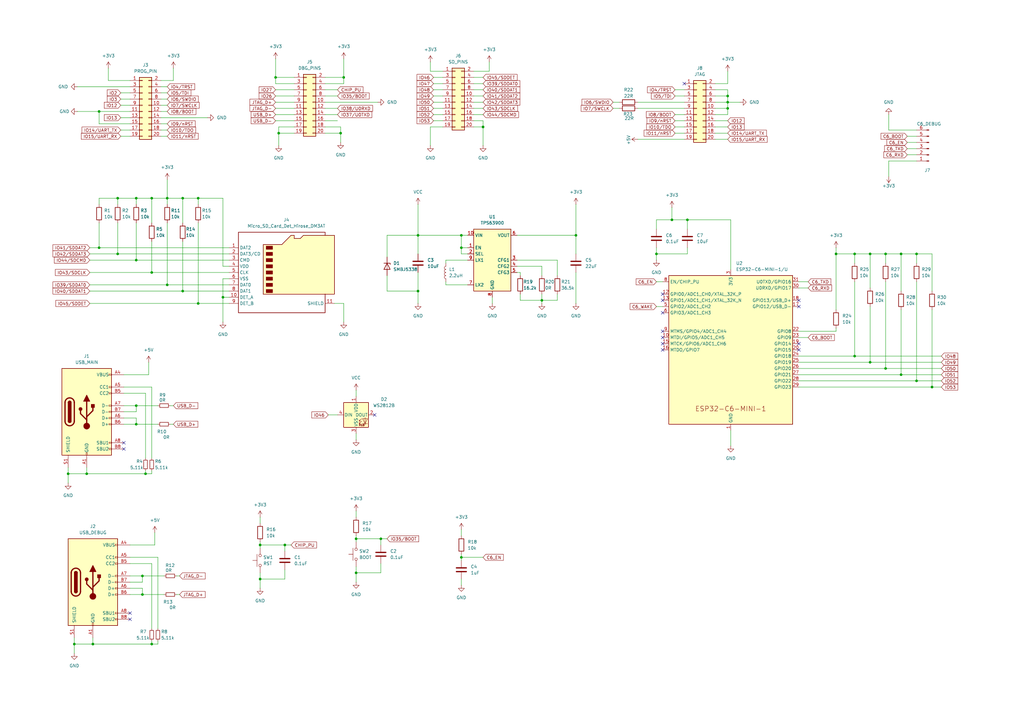
<source format=kicad_sch>
(kicad_sch (version 20250114) (generator "eeschema") (generator_version "9.0")
  (paper "A3")
  (junction (at 58.42 243.84))
  (junction (at 298.45 44.45))
  (junction (at 62.23 264.16))
  (junction (at 275.59 90.17))
  (junction (at 171.45 119.38))
  (junction (at 350.52 146.05))
  (junction (at 298.45 39.37))
  (junction (at 369.57 104.14))
  (junction (at 68.58 81.28))
  (junction (at 27.94 194.31))
  (junction (at 81.28 81.28))
  (junction (at 356.87 148.59))
  (junction (at 375.92 104.14))
  (junction (at 189.23 228.6))
  (junction (at 375.92 156.21))
  (junction (at 146.05 220.98))
  (junction (at 222.25 123.19))
  (junction (at 116.84 223.52))
  (junction (at 55.88 81.28))
  (junction (at 62.23 81.28))
  (junction (at 114.3 54.61))
  (junction (at 369.57 153.67))
  (junction (at 363.22 104.14))
  (junction (at 55.88 166.37))
  (junction (at 106.68 223.52))
  (junction (at 38.1 264.16))
  (junction (at 48.26 104.14))
  (junction (at 30.48 264.16))
  (junction (at 55.88 106.68))
  (junction (at 189.23 96.52))
  (junction (at 236.22 96.52))
  (junction (at 91.44 121.92))
  (junction (at 298.45 41.91))
  (junction (at 171.45 96.52))
  (junction (at 35.56 194.31))
  (junction (at 40.64 45.72))
  (junction (at 48.26 81.28))
  (junction (at 342.9 104.14))
  (junction (at 350.52 104.14))
  (junction (at 58.42 236.22))
  (junction (at 40.64 101.6))
  (junction (at 156.21 220.98))
  (junction (at 281.94 90.17))
  (junction (at 68.58 116.84))
  (junction (at 59.69 194.31))
  (junction (at 382.27 158.75))
  (junction (at 269.24 104.14))
  (junction (at 146.05 234.95))
  (junction (at 62.23 111.76))
  (junction (at 113.03 31.75))
  (junction (at 74.93 119.38))
  (junction (at 356.87 104.14))
  (junction (at 140.97 31.75))
  (junction (at 106.68 237.49))
  (junction (at 198.12 52.07))
  (junction (at 74.93 81.28))
  (junction (at 55.88 173.99))
  (junction (at 363.22 151.13))
  (junction (at 139.7 54.61))
  (junction (at 81.28 124.46))
  (junction (at 189.23 101.6))
  (no_connect (at 53.34 251.46))
  (no_connect (at 271.78 143.51))
  (no_connect (at 271.78 140.97))
  (no_connect (at 50.8 184.15))
  (no_connect (at 327.66 143.51))
  (no_connect (at 280.67 34.29))
  (no_connect (at 327.66 125.73))
  (no_connect (at 271.78 138.43))
  (no_connect (at 327.66 140.97))
  (no_connect (at 271.78 123.19))
  (no_connect (at 271.78 128.27))
  (no_connect (at 153.67 170.18))
  (no_connect (at 53.34 254))
  (no_connect (at 327.66 123.19))
  (no_connect (at 271.78 135.89))
  (no_connect (at 271.78 120.65))
  (no_connect (at 50.8 181.61))
  (wire (pts (xy 53.34 236.22) (xy 58.42 236.22)))
  (wire (pts (xy 53.34 231.14) (xy 62.23 231.14)))
  (wire (pts (xy 363.22 151.13) (xy 327.66 151.13)))
  (wire (pts (xy 375.92 104.14) (xy 382.27 104.14)))
  (wire (pts (xy 222.25 123.19) (xy 222.25 124.46)))
  (wire (pts (xy 36.83 119.38) (xy 74.93 119.38)))
  (wire (pts (xy 177.8 34.29) (xy 181.61 34.29)))
  (wire (pts (xy 40.64 50.8) (xy 53.34 50.8)))
  (wire (pts (xy 276.86 39.37) (xy 280.67 39.37)))
  (wire (pts (xy 64.77 262.89) (xy 64.77 264.16)))
  (wire (pts (xy 133.35 54.61) (xy 139.7 54.61)))
  (wire (pts (xy 50.8 173.99) (xy 55.88 173.99)))
  (wire (pts (xy 177.8 44.45) (xy 181.61 44.45)))
  (wire (pts (xy 298.45 41.91) (xy 303.53 41.91)))
  (wire (pts (xy 62.23 194.31) (xy 59.69 194.31)))
  (wire (pts (xy 146.05 234.95) (xy 146.05 232.41)))
  (wire (pts (xy 146.05 220.98) (xy 156.21 220.98)))
  (wire (pts (xy 236.22 83.82) (xy 236.22 96.52)))
  (wire (pts (xy 293.37 49.53) (xy 298.45 49.53)))
  (wire (pts (xy 138.43 46.99) (xy 133.35 46.99)))
  (wire (pts (xy 350.52 146.05) (xy 386.08 146.05)))
  (wire (pts (xy 40.64 45.72) (xy 40.64 50.8)))
  (wire (pts (xy 177.8 39.37) (xy 181.61 39.37)))
  (wire (pts (xy 299.72 176.53) (xy 299.72 182.88)))
  (wire (pts (xy 113.03 39.37) (xy 120.65 39.37)))
  (wire (pts (xy 198.12 36.83) (xy 194.31 36.83)))
  (wire (pts (xy 350.52 146.05) (xy 327.66 146.05)))
  (wire (pts (xy 58.42 236.22) (xy 67.31 236.22)))
  (wire (pts (xy 36.83 116.84) (xy 68.58 116.84)))
  (wire (pts (xy 66.04 48.26) (xy 85.09 48.26)))
  (wire (pts (xy 113.03 34.29) (xy 113.03 31.75)))
  (wire (pts (xy 146.05 220.98) (xy 146.05 222.25)))
  (wire (pts (xy 146.05 180.34) (xy 146.05 177.8)))
  (wire (pts (xy 369.57 104.14) (xy 375.92 104.14)))
  (wire (pts (xy 74.93 119.38) (xy 93.98 119.38)))
  (wire (pts (xy 382.27 158.75) (xy 327.66 158.75)))
  (wire (pts (xy 68.58 53.34) (xy 66.04 53.34)))
  (wire (pts (xy 191.77 106.68) (xy 182.88 106.68)))
  (wire (pts (xy 53.34 238.76) (xy 58.42 238.76)))
  (wire (pts (xy 48.26 81.28) (xy 55.88 81.28)))
  (wire (pts (xy 49.53 53.34) (xy 53.34 53.34)))
  (wire (pts (xy 364.49 53.34) (xy 364.49 46.99)))
  (wire (pts (xy 36.83 104.14) (xy 48.26 104.14)))
  (wire (pts (xy 194.31 52.07) (xy 198.12 52.07)))
  (wire (pts (xy 58.42 241.3) (xy 58.42 243.84)))
  (wire (pts (xy 363.22 104.14) (xy 363.22 107.95)))
  (wire (pts (xy 59.69 193.04) (xy 59.69 194.31)))
  (wire (pts (xy 133.35 52.07) (xy 139.7 52.07)))
  (wire (pts (xy 350.52 115.57) (xy 350.52 146.05)))
  (wire (pts (xy 55.88 168.91) (xy 55.88 166.37)))
  (wire (pts (xy 261.62 44.45) (xy 280.67 44.45)))
  (wire (pts (xy 48.26 91.44) (xy 48.26 104.14)))
  (wire (pts (xy 36.83 111.76) (xy 62.23 111.76)))
  (wire (pts (xy 114.3 54.61) (xy 114.3 59.69)))
  (wire (pts (xy 198.12 39.37) (xy 194.31 39.37)))
  (wire (pts (xy 281.94 101.6) (xy 281.94 104.14)))
  (wire (pts (xy 213.36 111.76) (xy 213.36 113.03)))
  (wire (pts (xy 176.53 25.4) (xy 176.53 29.21)))
  (wire (pts (xy 350.52 107.95) (xy 350.52 104.14)))
  (wire (pts (xy 48.26 81.28) (xy 48.26 83.82)))
  (wire (pts (xy 44.45 27.94) (xy 44.45 33.02)))
  (wire (pts (xy 31.75 35.56) (xy 53.34 35.56)))
  (wire (pts (xy 106.68 237.49) (xy 106.68 234.95)))
  (wire (pts (xy 81.28 81.28) (xy 91.44 81.28)))
  (wire (pts (xy 356.87 125.73) (xy 356.87 148.59)))
  (wire (pts (xy 293.37 57.15) (xy 298.45 57.15)))
  (wire (pts (xy 146.05 219.71) (xy 146.05 220.98)))
  (wire (pts (xy 81.28 81.28) (xy 81.28 83.82)))
  (wire (pts (xy 200.66 29.21) (xy 194.31 29.21)))
  (wire (pts (xy 369.57 127) (xy 369.57 153.67)))
  (wire (pts (xy 236.22 96.52) (xy 236.22 104.14)))
  (wire (pts (xy 276.86 49.53) (xy 280.67 49.53)))
  (wire (pts (xy 228.6 120.65) (xy 228.6 123.19)))
  (wire (pts (xy 30.48 264.16) (xy 30.48 267.97)))
  (wire (pts (xy 176.53 52.07) (xy 176.53 59.69)))
  (wire (pts (xy 93.98 109.22) (xy 91.44 109.22)))
  (wire (pts (xy 62.23 111.76) (xy 93.98 111.76)))
  (wire (pts (xy 116.84 233.68) (xy 116.84 237.49)))
  (wire (pts (xy 342.9 101.6) (xy 342.9 104.14)))
  (wire (pts (xy 156.21 234.95) (xy 146.05 234.95)))
  (wire (pts (xy 281.94 104.14) (xy 269.24 104.14)))
  (wire (pts (xy 222.25 109.22) (xy 222.25 113.03)))
  (wire (pts (xy 48.26 104.14) (xy 93.98 104.14)))
  (wire (pts (xy 191.77 104.14) (xy 189.23 104.14)))
  (wire (pts (xy 293.37 52.07) (xy 298.45 52.07)))
  (wire (pts (xy 331.47 138.43) (xy 327.66 138.43)))
  (wire (pts (xy 36.83 106.68) (xy 55.88 106.68)))
  (wire (pts (xy 73.66 243.84) (xy 72.39 243.84)))
  (wire (pts (xy 200.66 25.4) (xy 200.66 29.21)))
  (wire (pts (xy 213.36 123.19) (xy 222.25 123.19)))
  (wire (pts (xy 55.88 81.28) (xy 62.23 81.28)))
  (wire (pts (xy 113.03 46.99) (xy 120.65 46.99)))
  (wire (pts (xy 49.53 48.26) (xy 53.34 48.26)))
  (wire (pts (xy 55.88 91.44) (xy 55.88 106.68)))
  (wire (pts (xy 53.34 243.84) (xy 58.42 243.84)))
  (wire (pts (xy 55.88 171.45) (xy 55.88 173.99)))
  (wire (pts (xy 189.23 104.14) (xy 189.23 101.6)))
  (wire (pts (xy 189.23 228.6) (xy 189.23 229.87)))
  (wire (pts (xy 342.9 134.62) (xy 342.9 135.89)))
  (wire (pts (xy 49.53 55.88) (xy 53.34 55.88)))
  (wire (pts (xy 140.97 31.75) (xy 140.97 34.29)))
  (wire (pts (xy 281.94 90.17) (xy 281.94 93.98)))
  (wire (pts (xy 198.12 31.75) (xy 194.31 31.75)))
  (wire (pts (xy 133.35 31.75) (xy 140.97 31.75)))
  (wire (pts (xy 382.27 158.75) (xy 386.08 158.75)))
  (wire (pts (xy 177.8 46.99) (xy 181.61 46.99)))
  (wire (pts (xy 38.1 261.62) (xy 38.1 264.16)))
  (wire (pts (xy 40.64 91.44) (xy 40.64 101.6)))
  (wire (pts (xy 212.09 111.76) (xy 213.36 111.76)))
  (wire (pts (xy 81.28 91.44) (xy 81.28 124.46)))
  (wire (pts (xy 331.47 115.57) (xy 327.66 115.57)))
  (wire (pts (xy 68.58 116.84) (xy 93.98 116.84)))
  (wire (pts (xy 49.53 38.1) (xy 53.34 38.1)))
  (wire (pts (xy 327.66 135.89) (xy 342.9 135.89)))
  (wire (pts (xy 158.75 113.03) (xy 158.75 119.38)))
  (wire (pts (xy 91.44 121.92) (xy 91.44 132.08)))
  (wire (pts (xy 251.46 41.91) (xy 254 41.91)))
  (wire (pts (xy 139.7 54.61) (xy 139.7 58.42)))
  (wire (pts (xy 298.45 41.91) (xy 298.45 39.37)))
  (wire (pts (xy 138.43 36.83) (xy 133.35 36.83)))
  (wire (pts (xy 222.25 123.19) (xy 222.25 120.65)))
  (wire (pts (xy 40.64 83.82) (xy 40.64 81.28)))
  (wire (pts (xy 363.22 104.14) (xy 369.57 104.14)))
  (wire (pts (xy 182.88 116.84) (xy 191.77 116.84)))
  (wire (pts (xy 106.68 222.25) (xy 106.68 223.52)))
  (wire (pts (xy 35.56 191.77) (xy 35.56 194.31)))
  (wire (pts (xy 106.68 212.09) (xy 106.68 214.63)))
  (wire (pts (xy 375.92 58.42) (xy 372.11 58.42)))
  (wire (pts (xy 138.43 39.37) (xy 133.35 39.37)))
  (wire (pts (xy 68.58 73.66) (xy 68.58 81.28)))
  (wire (pts (xy 40.64 81.28) (xy 48.26 81.28)))
  (wire (pts (xy 156.21 220.98) (xy 158.75 220.98)))
  (wire (pts (xy 114.3 52.07) (xy 114.3 54.61)))
  (wire (pts (xy 350.52 104.14) (xy 342.9 104.14)))
  (wire (pts (xy 299.72 90.17) (xy 299.72 110.49)))
  (wire (pts (xy 363.22 151.13) (xy 386.08 151.13)))
  (wire (pts (xy 375.92 60.96) (xy 372.11 60.96)))
  (wire (pts (xy 276.86 36.83) (xy 280.67 36.83)))
  (wire (pts (xy 66.04 33.02) (xy 71.12 33.02)))
  (wire (pts (xy 62.23 81.28) (xy 68.58 81.28)))
  (wire (pts (xy 251.46 44.45) (xy 254 44.45)))
  (wire (pts (xy 201.93 121.92) (xy 201.93 124.46)))
  (wire (pts (xy 106.68 241.3) (xy 106.68 237.49)))
  (wire (pts (xy 382.27 127) (xy 382.27 158.75)))
  (wire (pts (xy 113.03 24.13) (xy 113.03 31.75)))
  (wire (pts (xy 189.23 96.52) (xy 189.23 101.6)))
  (wire (pts (xy 375.92 63.5) (xy 372.11 63.5)))
  (wire (pts (xy 40.64 45.72) (xy 53.34 45.72)))
  (wire (pts (xy 116.84 237.49) (xy 106.68 237.49)))
  (wire (pts (xy 146.05 160.02) (xy 146.05 162.56)))
  (wire (pts (xy 171.45 83.82) (xy 171.45 96.52)))
  (wire (pts (xy 138.43 49.53) (xy 133.35 49.53)))
  (wire (pts (xy 382.27 104.14) (xy 382.27 119.38)))
  (wire (pts (xy 138.43 44.45) (xy 133.35 44.45)))
  (wire (pts (xy 59.69 161.29) (xy 59.69 187.96)))
  (wire (pts (xy 156.21 231.14) (xy 156.21 234.95)))
  (wire (pts (xy 236.22 111.76) (xy 236.22 124.46)))
  (wire (pts (xy 68.58 81.28) (xy 74.93 81.28)))
  (wire (pts (xy 275.59 90.17) (xy 281.94 90.17)))
  (wire (pts (xy 59.69 194.31) (xy 35.56 194.31)))
  (wire (pts (xy 62.23 193.04) (xy 62.23 194.31)))
  (wire (pts (xy 50.8 158.75) (xy 62.23 158.75)))
  (wire (pts (xy 62.23 81.28) (xy 62.23 91.44)))
  (wire (pts (xy 156.21 220.98) (xy 156.21 223.52)))
  (wire (pts (xy 73.66 236.22) (xy 72.39 236.22)))
  (wire (pts (xy 74.93 81.28) (xy 74.93 91.44)))
  (wire (pts (xy 113.03 49.53) (xy 120.65 49.53)))
  (wire (pts (xy 189.23 96.52) (xy 191.77 96.52)))
  (wire (pts (xy 293.37 46.99) (xy 298.45 46.99)))
  (wire (pts (xy 182.88 115.57) (xy 182.88 116.84)))
  (wire (pts (xy 53.34 241.3) (xy 58.42 241.3)))
  (wire (pts (xy 228.6 106.68) (xy 228.6 113.03)))
  (wire (pts (xy 189.23 101.6) (xy 191.77 101.6)))
  (wire (pts (xy 91.44 114.3) (xy 91.44 121.92)))
  (wire (pts (xy 58.42 238.76) (xy 58.42 236.22)))
  (wire (pts (xy 49.53 43.18) (xy 53.34 43.18)))
  (wire (pts (xy 50.8 161.29) (xy 59.69 161.29)))
  (wire (pts (xy 181.61 52.07) (xy 176.53 52.07)))
  (wire (pts (xy 71.12 173.99) (xy 69.85 173.99)))
  (wire (pts (xy 68.58 91.44) (xy 68.58 116.84)))
  (wire (pts (xy 50.8 153.67) (xy 60.96 153.67)))
  (wire (pts (xy 55.88 166.37) (xy 64.77 166.37)))
  (wire (pts (xy 363.22 115.57) (xy 363.22 151.13)))
  (wire (pts (xy 269.24 115.57) (xy 271.78 115.57)))
  (wire (pts (xy 298.45 46.99) (xy 298.45 44.45)))
  (wire (pts (xy 68.58 40.64) (xy 66.04 40.64)))
  (wire (pts (xy 64.77 264.16) (xy 62.23 264.16)))
  (wire (pts (xy 356.87 104.14) (xy 356.87 118.11)))
  (wire (pts (xy 35.56 194.31) (xy 27.94 194.31)))
  (wire (pts (xy 113.03 44.45) (xy 120.65 44.45)))
  (wire (pts (xy 198.12 46.99) (xy 194.31 46.99)))
  (wire (pts (xy 364.49 66.04) (xy 364.49 72.39)))
  (wire (pts (xy 113.03 36.83) (xy 120.65 36.83)))
  (wire (pts (xy 62.23 264.16) (xy 38.1 264.16)))
  (wire (pts (xy 350.52 104.14) (xy 356.87 104.14)))
  (wire (pts (xy 171.45 96.52) (xy 171.45 104.14)))
  (wire (pts (xy 106.68 223.52) (xy 116.84 223.52)))
  (wire (pts (xy 60.96 153.67) (xy 60.96 148.59)))
  (wire (pts (xy 113.03 31.75) (xy 120.65 31.75)))
  (wire (pts (xy 356.87 148.59) (xy 327.66 148.59)))
  (wire (pts (xy 298.45 39.37) (xy 293.37 39.37)))
  (wire (pts (xy 198.12 49.53) (xy 194.31 49.53)))
  (wire (pts (xy 154.94 41.91) (xy 133.35 41.91)))
  (wire (pts (xy 275.59 90.17) (xy 269.24 90.17)))
  (wire (pts (xy 228.6 123.19) (xy 222.25 123.19)))
  (wire (pts (xy 212.09 109.22) (xy 222.25 109.22)))
  (wire (pts (xy 140.97 24.13) (xy 140.97 31.75)))
  (wire (pts (xy 62.23 231.14) (xy 62.23 257.81)))
  (wire (pts (xy 276.86 52.07) (xy 280.67 52.07)))
  (wire (pts (xy 213.36 120.65) (xy 213.36 123.19)))
  (wire (pts (xy 116.84 223.52) (xy 116.84 226.06)))
  (wire (pts (xy 62.23 99.06) (xy 62.23 111.76)))
  (wire (pts (xy 81.28 124.46) (xy 93.98 124.46)))
  (wire (pts (xy 298.45 36.83) (xy 298.45 39.37)))
  (wire (pts (xy 375.92 66.04) (xy 364.49 66.04)))
  (wire (pts (xy 106.68 223.52) (xy 106.68 224.79)))
  (wire (pts (xy 189.23 227.33) (xy 189.23 228.6)))
  (wire (pts (xy 171.45 111.76) (xy 171.45 119.38)))
  (wire (pts (xy 261.62 57.15) (xy 280.67 57.15)))
  (wire (pts (xy 50.8 166.37) (xy 55.88 166.37)))
  (wire (pts (xy 369.57 153.67) (xy 327.66 153.67)))
  (wire (pts (xy 114.3 54.61) (xy 120.65 54.61)))
  (wire (pts (xy 116.84 223.52) (xy 119.38 223.52)))
  (wire (pts (xy 36.83 101.6) (xy 40.64 101.6)))
  (wire (pts (xy 58.42 243.84) (xy 67.31 243.84)))
  (wire (pts (xy 189.23 217.17) (xy 189.23 219.71)))
  (wire (pts (xy 139.7 52.07) (xy 139.7 54.61)))
  (wire (pts (xy 198.12 44.45) (xy 194.31 44.45)))
  (wire (pts (xy 134.62 170.18) (xy 138.43 170.18)))
  (wire (pts (xy 55.88 173.99) (xy 64.77 173.99)))
  (wire (pts (xy 137.16 124.46) (xy 140.97 124.46)))
  (wire (pts (xy 281.94 90.17) (xy 299.72 90.17)))
  (wire (pts (xy 91.44 81.28) (xy 91.44 109.22)))
  (wire (pts (xy 261.62 41.91) (xy 280.67 41.91)))
  (wire (pts (xy 146.05 238.76) (xy 146.05 234.95)))
  (wire (pts (xy 269.24 101.6) (xy 269.24 104.14)))
  (wire (pts (xy 68.58 50.8) (xy 66.04 50.8)))
  (wire (pts (xy 298.45 34.29) (xy 298.45 29.21)))
  (wire (pts (xy 55.88 81.28) (xy 55.88 83.82)))
  (wire (pts (xy 53.34 228.6) (xy 64.77 228.6)))
  (wire (pts (xy 356.87 104.14) (xy 363.22 104.14)))
  (wire (pts (xy 342.9 104.14) (xy 342.9 127)))
  (wire (pts (xy 176.53 29.21) (xy 181.61 29.21)))
  (wire (pts (xy 177.8 49.53) (xy 181.61 49.53)))
  (wire (pts (xy 276.86 54.61) (xy 280.67 54.61)))
  (wire (pts (xy 375.92 55.88) (xy 372.11 55.88)))
  (wire (pts (xy 113.03 41.91) (xy 120.65 41.91)))
  (wire (pts (xy 68.58 55.88) (xy 66.04 55.88)))
  (wire (pts (xy 269.24 125.73) (xy 271.78 125.73)))
  (wire (pts (xy 375.92 156.21) (xy 386.08 156.21)))
  (wire (pts (xy 293.37 54.61) (xy 298.45 54.61)))
  (wire (pts (xy 50.8 171.45) (xy 55.88 171.45)))
  (wire (pts (xy 71.12 33.02) (xy 71.12 27.94)))
  (wire (pts (xy 171.45 96.52) (xy 158.75 96.52)))
  (wire (pts (xy 49.53 40.64) (xy 53.34 40.64)))
  (wire (pts (xy 269.24 104.14) (xy 269.24 106.68)))
  (wire (pts (xy 212.09 96.52) (xy 236.22 96.52)))
  (wire (pts (xy 120.65 34.29) (xy 113.03 34.29)))
  (wire (pts (xy 158.75 96.52) (xy 158.75 105.41)))
  (wire (pts (xy 189.23 237.49) (xy 189.23 240.03)))
  (wire (pts (xy 93.98 114.3) (xy 91.44 114.3)))
  (wire (pts (xy 114.3 52.07) (xy 120.65 52.07)))
  (wire (pts (xy 68.58 81.28) (xy 68.58 83.82)))
  (wire (pts (xy 140.97 34.29) (xy 133.35 34.29)))
  (wire (pts (xy 177.8 31.75) (xy 181.61 31.75)))
  (wire (pts (xy 68.58 35.56) (xy 66.04 35.56)))
  (wire (pts (xy 50.8 168.91) (xy 55.88 168.91)))
  (wire (pts (xy 293.37 36.83) (xy 298.45 36.83)))
  (wire (pts (xy 182.88 106.68) (xy 182.88 107.95)))
  (wire (pts (xy 140.97 124.46) (xy 140.97 132.08)))
  (wire (pts (xy 38.1 264.16) (xy 30.48 264.16)))
  (wire (pts (xy 356.87 148.59) (xy 386.08 148.59)))
  (wire (pts (xy 293.37 44.45) (xy 298.45 44.45)))
  (wire (pts (xy 91.44 121.92) (xy 93.98 121.92)))
  (wire (pts (xy 55.88 106.68) (xy 93.98 106.68)))
  (wire (pts (xy 198.12 41.91) (xy 194.31 41.91)))
  (wire (pts (xy 275.59 85.09) (xy 275.59 90.17)))
  (wire (pts (xy 62.23 158.75) (xy 62.23 187.96)))
  (wire (pts (xy 375.92 115.57) (xy 375.92 156.21)))
  (wire (pts (xy 331.47 118.11) (xy 327.66 118.11)))
  (wire (pts (xy 68.58 45.72) (xy 66.04 45.72)))
  (wire (pts (xy 375.92 156.21) (xy 327.66 156.21)))
  (wire (pts (xy 74.93 99.06) (xy 74.93 119.38)))
  (wire (pts (xy 198.12 34.29) (xy 194.31 34.29)))
  (wire (pts (xy 30.48 261.62) (xy 30.48 264.16)))
  (wire (pts (xy 171.45 119.38) (xy 171.45 124.46)))
  (wire (pts (xy 177.8 41.91) (xy 181.61 41.91)))
  (wire (pts (xy 63.5 223.52) (xy 63.5 218.44)))
  (wire (pts (xy 36.83 124.46) (xy 81.28 124.46)))
  (wire (pts (xy 369.57 104.14) (xy 369.57 119.38)))
  (wire (pts (xy 62.23 262.89) (xy 62.23 264.16)))
  (wire (pts (xy 64.77 228.6) (xy 64.77 257.81)))
  (wire (pts (xy 375.92 53.34) (xy 364.49 53.34)))
  (wire (pts (xy 212.09 106.68) (xy 228.6 106.68)))
  (wire (pts (xy 293.37 34.29) (xy 298.45 34.29)))
  (wire (pts (xy 71.12 166.37) (xy 69.85 166.37)))
  (wire (pts (xy 198.12 52.07) (xy 198.12 59.69)))
  (wire (pts (xy 68.58 38.1) (xy 66.04 38.1)))
  (wire (pts (xy 269.24 93.98) (xy 269.24 90.17)))
  (wire (pts (xy 369.57 153.67) (xy 386.08 153.67)))
  (wire (pts (xy 298.45 44.45) (xy 298.45 41.91)))
  (wire (pts (xy 171.45 96.52) (xy 189.23 96.52)))
  (wire (pts (xy 68.58 43.18) (xy 66.04 43.18)))
  (wire (pts (xy 146.05 209.55) (xy 146.05 212.09)))
  (wire (pts (xy 375.92 104.14) (xy 375.92 107.95)))
  (wire (pts (xy 293.37 41.91) (xy 298.45 41.91)))
  (wire (pts (xy 158.75 119.38) (xy 171.45 119.38)))
  (wire (pts (xy 40.64 101.6) (xy 93.98 101.6)))
  (wire (pts (xy 276.86 46.99) (xy 280.67 46.99)))
  (wire (pts (xy 27.94 194.31) (xy 27.94 198.12)))
  (wire (pts (xy 198.12 49.53) (xy 198.12 52.07)))
  (wire (pts (xy 177.8 36.83) (xy 181.61 36.83)))
  (wire (pts (xy 74.93 81.28) (xy 81.28 81.28)))
  (wire (pts (xy 189.23 228.6) (xy 198.12 228.6)))
  (wire (pts (xy 31.75 45.72) (xy 40.64 45.72)))
  (wire (pts (xy 53.34 223.52) (xy 63.5 223.52)))
  (wire (pts (xy 44.45 33.02) (xy 53.34 33.02)))
  (wire (pts (xy 27.94 191.77) (xy 27.94 194.31)))
  (global_label "IO4{slash}TRST" (shape input) (at 68.58 35.56 0) (property "Intersheetrefs" "${INTERSHEET_REFS}" (effects (hide yes))))
  (global_label "IO12" (shape input) (at 49.53 43.18 180) (property "Intersheetrefs" "${INTERSHEET_REFS}" (effects (hide yes))))
  (global_label "IO4{slash}TRST" (shape input) (at 276.86 36.83 180) (property "Intersheetrefs" "${INTERSHEET_REFS}" (effects (hide yes))))
  (global_label "IO49" (shape input) (at 386.08 148.59 0) (property "Intersheetrefs" "${INTERSHEET_REFS}" (effects (hide yes))))
  (global_label "C6_TXD" (shape input) (at 372.11 60.96 180) (property "Intersheetrefs" "${INTERSHEET_REFS}" (effects (hide yes))))
  (global_label "IO5{slash}TDI" (shape input) (at 68.58 38.1 0) (property "Intersheetrefs" "${INTERSHEET_REFS}" (effects (hide yes))))
  (global_label "IO41{slash}SDDAT2" (shape input) (at 198.12 39.37 0) (property "Intersheetrefs" "${INTERSHEET_REFS}" (effects (hide yes))))
  (global_label "IO51" (shape input) (at 177.8 44.45 180) (property "Intersheetrefs" "${INTERSHEET_REFS}" (effects (hide yes))))
  (global_label "IO52" (shape input) (at 177.8 46.99 180) (property "Intersheetrefs" "${INTERSHEET_REFS}" (effects (hide yes))))
  (global_label "JTAG_D-" (shape input) (at 113.03 44.45 180) (property "Intersheetrefs" "${INTERSHEET_REFS}" (effects (hide yes))))
  (global_label "IO46" (shape input) (at 134.62 170.18 180) (property "Intersheetrefs" "${INTERSHEET_REFS}" (effects (hide yes))))
  (global_label "IO10{slash}TDO" (shape input) (at 68.58 53.34 0) (property "Intersheetrefs" "${INTERSHEET_REFS}" (effects (hide yes))))
  (global_label "IO3" (shape input) (at 49.53 40.64 180) (property "Intersheetrefs" "${INTERSHEET_REFS}" (effects (hide yes))))
  (global_label "IO7{slash}SWCLK" (shape input) (at 251.46 44.45 180) (property "Intersheetrefs" "${INTERSHEET_REFS}" (effects (hide yes))))
  (global_label "IO8{slash}BOOT" (shape input) (at 68.58 45.72 0) (property "Intersheetrefs" "${INTERSHEET_REFS}" (effects (hide yes))))
  (global_label "IO2" (shape input) (at 49.53 38.1 180) (property "Intersheetrefs" "${INTERSHEET_REFS}" (effects (hide yes))))
  (global_label "IO48" (shape input) (at 177.8 36.83 180) (property "Intersheetrefs" "${INTERSHEET_REFS}" (effects (hide yes))))
  (global_label "IO42{slash}SDDAT3" (shape input) (at 36.83 104.14 180) (property "Intersheetrefs" "${INTERSHEET_REFS}" (effects (hide yes))))
  (global_label "IO53" (shape input) (at 177.8 49.53 180) (property "Intersheetrefs" "${INTERSHEET_REFS}" (effects (hide yes))))
  (global_label "IO13" (shape input) (at 49.53 48.26 180) (property "Intersheetrefs" "${INTERSHEET_REFS}" (effects (hide yes))))
  (global_label "USB_D+" (shape input) (at 113.03 46.99 180) (property "Intersheetrefs" "${INTERSHEET_REFS}" (effects (hide yes))))
  (global_label "C6_RXD" (shape input) (at 331.47 118.11 0) (property "Intersheetrefs" "${INTERSHEET_REFS}" (effects (hide yes))))
  (global_label "IO50" (shape input) (at 386.08 151.13 0) (property "Intersheetrefs" "${INTERSHEET_REFS}" (effects (hide yes))))
  (global_label "C6_BOOT" (shape input) (at 331.47 138.43 0) (property "Intersheetrefs" "${INTERSHEET_REFS}" (effects (hide yes))))
  (global_label "IO12" (shape input) (at 298.45 49.53 0) (property "Intersheetrefs" "${INTERSHEET_REFS}" (effects (hide yes))))
  (global_label "IO11{slash}nRST" (shape input) (at 276.86 54.61 180) (property "Intersheetrefs" "${INTERSHEET_REFS}" (effects (hide yes))))
  (global_label "IO8{slash}BOOT" (shape input) (at 276.86 46.99 180) (property "Intersheetrefs" "${INTERSHEET_REFS}" (effects (hide yes))))
  (global_label "IO42{slash}SDDAT3" (shape input) (at 198.12 41.91 0) (property "Intersheetrefs" "${INTERSHEET_REFS}" (effects (hide yes))))
  (global_label "IO45{slash}SDDET" (shape input) (at 36.83 124.46 180) (property "Intersheetrefs" "${INTERSHEET_REFS}" (effects (hide yes))))
  (global_label "C6_TXD" (shape input) (at 331.47 115.57 0) (property "Intersheetrefs" "${INTERSHEET_REFS}" (effects (hide yes))))
  (global_label "IO52" (shape input) (at 386.08 156.21 0) (property "Intersheetrefs" "${INTERSHEET_REFS}" (effects (hide yes))))
  (global_label "IO35{slash}BOOT" (shape input) (at 138.43 39.37 0) (property "Intersheetrefs" "${INTERSHEET_REFS}" (effects (hide yes))))
  (global_label "IO45{slash}SDDET" (shape input) (at 198.12 31.75 0) (property "Intersheetrefs" "${INTERSHEET_REFS}" (effects (hide yes))))
  (global_label "IO44{slash}SDCMD" (shape input) (at 198.12 46.99 0) (property "Intersheetrefs" "${INTERSHEET_REFS}" (effects (hide yes))))
  (global_label "IO13" (shape input) (at 298.45 52.07 0) (property "Intersheetrefs" "${INTERSHEET_REFS}" (effects (hide yes))))
  (global_label "JTAG_D-" (shape input) (at 73.66 236.22 0) (property "Intersheetrefs" "${INTERSHEET_REFS}" (effects (hide yes))))
  (global_label "IO44{slash}SDCMD" (shape input) (at 36.83 106.68 180) (property "Intersheetrefs" "${INTERSHEET_REFS}" (effects (hide yes))))
  (global_label "IO43{slash}SDCLK" (shape input) (at 36.83 111.76 180) (property "Intersheetrefs" "${INTERSHEET_REFS}" (effects (hide yes))))
  (global_label "IO50" (shape input) (at 177.8 41.91 180) (property "Intersheetrefs" "${INTERSHEET_REFS}" (effects (hide yes))))
  (global_label "IO9{slash}nRST" (shape input) (at 276.86 49.53 180) (property "Intersheetrefs" "${INTERSHEET_REFS}" (effects (hide yes))))
  (global_label "IO35{slash}BOOT" (shape input) (at 158.75 220.98 0) (property "Intersheetrefs" "${INTERSHEET_REFS}" (effects (hide yes))))
  (global_label "C6_EN" (shape input) (at 269.24 115.57 180) (property "Intersheetrefs" "${INTERSHEET_REFS}" (effects (hide yes))))
  (global_label "CHIP_PU" (shape input) (at 138.43 36.83 0) (property "Intersheetrefs" "${INTERSHEET_REFS}" (effects (hide yes))))
  (global_label "JTAG_D+" (shape input) (at 113.03 41.91 180) (property "Intersheetrefs" "${INTERSHEET_REFS}" (effects (hide yes))))
  (global_label "IO6{slash}SWDIO" (shape input) (at 251.46 41.91 180) (property "Intersheetrefs" "${INTERSHEET_REFS}" (effects (hide yes))))
  (global_label "IO7{slash}SWCLK" (shape input) (at 68.58 43.18 0) (property "Intersheetrefs" "${INTERSHEET_REFS}" (effects (hide yes))))
  (global_label "IO26" (shape input) (at 113.03 39.37 180) (property "Intersheetrefs" "${INTERSHEET_REFS}" (effects (hide yes))))
  (global_label "C6_BOOT" (shape input) (at 372.11 55.88 180) (property "Intersheetrefs" "${INTERSHEET_REFS}" (effects (hide yes))))
  (global_label "C6_RXD" (shape input) (at 372.11 63.5 180) (property "Intersheetrefs" "${INTERSHEET_REFS}" (effects (hide yes))))
  (global_label "IO9{slash}nRST" (shape input) (at 68.58 50.8 0) (property "Intersheetrefs" "${INTERSHEET_REFS}" (effects (hide yes))))
  (global_label "C6_EN" (shape input) (at 372.11 58.42 180) (property "Intersheetrefs" "${INTERSHEET_REFS}" (effects (hide yes))))
  (global_label "JTAG_D+" (shape input) (at 73.66 243.84 0) (property "Intersheetrefs" "${INTERSHEET_REFS}" (effects (hide yes))))
  (global_label "IO37{slash}U0TXD" (shape input) (at 138.43 46.99 0) (property "Intersheetrefs" "${INTERSHEET_REFS}" (effects (hide yes))))
  (global_label "IO5{slash}TDI" (shape input) (at 276.86 39.37 180) (property "Intersheetrefs" "${INTERSHEET_REFS}" (effects (hide yes))))
  (global_label "IO39{slash}SDDAT0" (shape input) (at 36.83 116.84 180) (property "Intersheetrefs" "${INTERSHEET_REFS}" (effects (hide yes))))
  (global_label "IO47" (shape input) (at 177.8 34.29 180) (property "Intersheetrefs" "${INTERSHEET_REFS}" (effects (hide yes))))
  (global_label "IO46" (shape input) (at 177.8 31.75 180) (property "Intersheetrefs" "${INTERSHEET_REFS}" (effects (hide yes))))
  (global_label "IO38{slash}U0RXD" (shape input) (at 138.43 44.45 0) (property "Intersheetrefs" "${INTERSHEET_REFS}" (effects (hide yes))))
  (global_label "USB_D+" (shape input) (at 71.12 173.99 0) (property "Intersheetrefs" "${INTERSHEET_REFS}" (effects (hide yes))))
  (global_label "IO40{slash}SDDAT1" (shape input) (at 198.12 36.83 0) (property "Intersheetrefs" "${INTERSHEET_REFS}" (effects (hide yes))))
  (global_label "IO11{slash}nRST" (shape input) (at 68.58 55.88 0) (property "Intersheetrefs" "${INTERSHEET_REFS}" (effects (hide yes))))
  (global_label "C6_WAKE" (shape input) (at 269.24 125.73 180) (property "Intersheetrefs" "${INTERSHEET_REFS}" (effects (hide yes))))
  (global_label "IO39{slash}SDDAT0" (shape input) (at 198.12 34.29 0) (property "Intersheetrefs" "${INTERSHEET_REFS}" (effects (hide yes))))
  (global_label "IO27" (shape input) (at 113.03 36.83 180) (property "Intersheetrefs" "${INTERSHEET_REFS}" (effects (hide yes))))
  (global_label "USB_D-" (shape input) (at 113.03 49.53 180) (property "Intersheetrefs" "${INTERSHEET_REFS}" (effects (hide yes))))
  (global_label "IO51" (shape input) (at 386.08 153.67 0) (property "Intersheetrefs" "${INTERSHEET_REFS}" (effects (hide yes))))
  (global_label "IO10{slash}TDO" (shape input) (at 276.86 52.07 180) (property "Intersheetrefs" "${INTERSHEET_REFS}" (effects (hide yes))))
  (global_label "IO14{slash}UART_TX" (shape input) (at 298.45 54.61 0) (property "Intersheetrefs" "${INTERSHEET_REFS}" (effects (hide yes))))
  (global_label "IO6{slash}SWDIO" (shape input) (at 68.58 40.64 0) (property "Intersheetrefs" "${INTERSHEET_REFS}" (effects (hide yes))))
  (global_label "CHIP_PU" (shape input) (at 119.38 223.52 0) (property "Intersheetrefs" "${INTERSHEET_REFS}" (effects (hide yes))))
  (global_label "C6_EN" (shape input) (at 198.12 228.6 0) (property "Intersheetrefs" "${INTERSHEET_REFS}" (effects (hide yes))))
  (global_label "IO49" (shape input) (at 177.8 39.37 180) (property "Intersheetrefs" "${INTERSHEET_REFS}" (effects (hide yes))))
  (global_label "IO53" (shape input) (at 386.08 158.75 0) (property "Intersheetrefs" "${INTERSHEET_REFS}" (effects (hide yes))))
  (global_label "IO15{slash}UART_RX" (shape input) (at 298.45 57.15 0) (property "Intersheetrefs" "${INTERSHEET_REFS}" (effects (hide yes))))
  (global_label "IO41{slash}SDDAT2" (shape input) (at 36.83 101.6 180) (property "Intersheetrefs" "${INTERSHEET_REFS}" (effects (hide yes))))
  (global_label "IO15{slash}UART_RX" (shape input) (at 49.53 55.88 180) (property "Intersheetrefs" "${INTERSHEET_REFS}" (effects (hide yes))))
  (global_label "IO48" (shape input) (at 386.08 146.05 0) (property "Intersheetrefs" "${INTERSHEET_REFS}" (effects (hide yes))))
  (global_label "IO14{slash}UART_TX" (shape input) (at 49.53 53.34 180) (property "Intersheetrefs" "${INTERSHEET_REFS}" (effects (hide yes))))
  (global_label "IO43{slash}SDCLK" (shape input) (at 198.12 44.45 0) (property "Intersheetrefs" "${INTERSHEET_REFS}" (effects (hide yes))))
  (global_label "IO40{slash}SDDAT1" (shape input) (at 36.83 119.38 180) (property "Intersheetrefs" "${INTERSHEET_REFS}" (effects (hide yes))))
  (global_label "USB_D-" (shape input) (at 71.12 166.37 0) (property "Intersheetrefs" "${INTERSHEET_REFS}" (effects (hide yes))))
  (symbol (lib_id "power:GND") (at 189.23 240.03 0) (unit 1)
    (property "Reference" "#PWR027" (effects (hide yes)))
    (property "Value" "GND" (at 189.23 245.11 0))
    (property "Description" "Power symbol creates a global label with name \"GND\" , ground" (effects (hide yes)))
  )
  (symbol (lib_id "power:GND") (at 201.93 124.46 0) (unit 1)
    (property "Reference" "#PWR030" (effects (hide yes)))
    (property "Value" "GND" (at 201.93 129.54 0))
    (property "Description" "Power symbol creates a global label with name \"GND\" , ground" (effects (hide yes)))
  )
  (symbol (lib_id "Device:R_Small") (at 69.85 236.22 270) (unit 1)
    (property "Reference" "R12" (at 67.818 231.902 90) (effects (justify left)))
    (property "Value" "0R" (at 67.818 233.934 90) (effects (justify left)))
    (property "Footprint" "Resistor_SMD:R_0402_1005Metric" (effects (hide yes)))
    (property "Description" "Resistor, small symbol" (effects (hide yes)))
    (property "LCSC" "C17168" (effects (hide yes)))
  )
  (symbol (lib_id "Device:R") (at 213.36 116.84 0) (unit 1)
    (property "Reference" "R19" (at 214.63 115.57 0) (effects (justify left)))
    (property "Value" "16.2k" (at 214.63 118.11 0) (effects (justify left)))
    (property "Footprint" "Resistor_SMD:R_0402_1005Metric" (effects (hide yes)))
    (property "Description" "Resistor" (effects (hide yes)))
  )
  (symbol (lib_id "power:+3V3") (at 44.45 27.94 0) (unit 1)
    (property "Reference" "#PWR05" (effects (hide yes)))
    (property "Value" "+3V3" (at 44.45 22.86 0))
    (property "Description" "Power symbol creates a global label with name \"+3V3\"" (effects (hide yes)))
  )
  (symbol (lib_id "power:GND") (at 146.05 238.76 0) (unit 1)
    (property "Reference" "#PWR020" (effects (hide yes)))
    (property "Value" "GND" (at 146.05 243.84 0))
    (property "Description" "Power symbol creates a global label with name \"GND\" , ground" (effects (hide yes)))
  )
  (symbol (lib_id "power:GND") (at 146.05 180.34 0) (unit 1)
    (property "Reference" "#PWR044" (effects (hide yes)))
    (property "Value" "GND" (at 146.05 185.42 0))
    (property "Description" "Power symbol creates a global label with name \"GND\" , ground" (effects (hide yes)))
  )
  (symbol (lib_id "power:VCC") (at 146.05 160.02 0) (unit 1)
    (property "Reference" "#PWR043" (effects (hide yes)))
    (property "Value" "VCC" (at 146.05 154.94 0))
    (property "Description" "Power symbol creates a global label with name \"VCC\"" (effects (hide yes)))
  )
  (symbol (lib_id "Connector_Generic:Conn_02x10_Odd_Even") (at 58.42 43.18 0) (unit 1)
    (property "Reference" "J3" (at 59.69 26.67 0))
    (property "Value" "PROG_PIN" (at 59.69 29.21 0))
    (property "Footprint" "Connector_PinHeader_1.27mm:PinHeader_2x10_P1.27mm_Vertical_SMD" (effects (hide yes)))
    (property "Description" "Generic connector, double row, 02x10, odd/even pin numbering scheme (row 1 odd numbers, row 2 even numbers), script generated (kicad-library-utils/schlib/autogen/connector/)" (effects (hide yes)))
  )
  (symbol (lib_id "Device:R") (at 257.81 44.45 270) (unit 1)
    (property "Reference" "R23" (at 257.556 46.736 90))
    (property "Value" "22R" (at 258.064 48.514 90))
    (property "Footprint" "Resistor_SMD:R_0402_1005Metric" (effects (hide yes)))
    (property "Description" "Resistor" (effects (hide yes)))
  )
  (symbol (lib_id "Device:C") (at 281.94 97.79 0) (unit 1)
    (property "Reference" "C7" (at 285.75 96.52 0) (effects (justify left)))
    (property "Value" "10uF" (at 285.75 99.06 0) (effects (justify left)))
    (property "Footprint" "Capacitor_SMD:C_0603_1608Metric" (effects (hide yes)))
    (property "Description" "Unpolarized capacitor" (effects (hide yes)))
  )
  (symbol (lib_id "power:+5V") (at 60.96 148.59 0) (unit 1)
    (property "Reference" "#PWR06" (effects (hide yes)))
    (property "Value" "+5V" (at 60.96 143.51 0))
    (property "Description" "Power symbol creates a global label with name \"+5V\"" (effects (hide yes)))
  )
  (symbol (lib_id "power:+3V3") (at 146.05 209.55 0) (unit 1)
    (property "Reference" "#PWR019" (effects (hide yes)))
    (property "Value" "+3V3" (at 146.05 204.47 0))
    (property "Description" "Power symbol creates a global label with name \"+3V3\"" (effects (hide yes)))
  )
  (symbol (lib_id "power:GND") (at 176.53 59.69 0) (unit 1)
    (property "Reference" "#PWR025" (effects (hide yes)))
    (property "Value" "GND" (at 176.53 64.77 0))
    (property "Description" "Power symbol creates a global label with name \"GND\" , ground" (effects (hide yes)))
  )
  (symbol (lib_id "Device:R") (at 257.81 41.91 90) (unit 1)
    (property "Reference" "R22" (at 257.81 36.83 90))
    (property "Value" "22R" (at 257.81 39.37 90))
    (property "Footprint" "Resistor_SMD:R_0402_1005Metric" (effects (hide yes)))
    (property "Description" "Resistor" (effects (hide yes)))
  )
  (symbol (lib_id "Connector:USB_C_Receptacle_USB2.0_16P") (at 35.56 168.91 0) (unit 1)
    (property "Reference" "J1" (at 35.56 146.05 0))
    (property "Value" "USB_MAIN" (at 35.56 148.59 0))
    (property "Footprint" "Connector_USB:USB_C_Receptacle_HRO_TYPE-C-31-M-12" (effects (hide yes)))
    (property "Datasheet" "https://www.usb.org/sites/default/files/documents/usb_type-c.zip" (effects (hide yes)))
    (property "Description" "USB 2.0-only 16P Type-C Receptacle connector" (effects (hide yes)))
  )
  (symbol (lib_id "Connector:USB_C_Receptacle_USB2.0_16P") (at 38.1 238.76 0) (unit 1)
    (property "Reference" "J2" (at 38.1 215.9 0))
    (property "Value" "USB_DEBUG" (at 38.1 218.44 0))
    (property "Footprint" "Connector_USB:USB_C_Receptacle_HRO_TYPE-C-31-M-12" (effects (hide yes)))
    (property "Datasheet" "https://www.usb.org/sites/default/files/documents/usb_type-c.zip" (effects (hide yes)))
    (property "Description" "USB 2.0-only 16P Type-C Receptacle connector" (effects (hide yes)))
  )
  (symbol (lib_id "Device:R") (at 106.68 218.44 0) (unit 1)
    (property "Reference" "R16" (at 109.22 217.1699 0) (effects (justify left)))
    (property "Value" "10k" (at 109.22 219.7099 0) (effects (justify left)))
    (property "Footprint" "Resistor_SMD:R_0402_1005Metric" (effects (hide yes)))
    (property "Description" "Resistor" (effects (hide yes)))
    (property "LCSC" "C25744" (effects (hide yes)))
  )
  (symbol (lib_id "power:+3V3") (at 200.66 25.4 0) (unit 1)
    (property "Reference" "#PWR029" (effects (hide yes)))
    (property "Value" "+3V3" (at 200.66 20.32 0))
    (property "Description" "Power symbol creates a global label with name \"+3V3\"" (effects (hide yes)))
  )
  (symbol (lib_id "power:GND") (at 85.09 48.26 90) (unit 1)
    (property "Reference" "#PWR010" (effects (hide yes)))
    (property "Value" "GND" (at 88.9 48.2601 90) (effects (justify right)))
    (property "Description" "Power symbol creates a global label with name \"GND\" , ground" (effects (hide yes)))
  )
  (symbol (lib_id "Device:R") (at 369.57 123.19 0) (unit 1)
    (property "Reference" "R28" (at 371.602 121.92 0) (effects (justify left)))
    (property "Value" "10k" (at 371.602 124.46 0) (effects (justify left)))
    (property "Footprint" "Resistor_SMD:R_0402_1005Metric" (effects (hide yes)))
    (property "Description" "Resistor" (effects (hide yes)))
    (property "LCSC" "C25744" (effects (hide yes)))
  )
  (symbol (lib_id "Connector_Generic:Conn_02x10_Odd_Even") (at 125.73 41.91 0) (unit 1)
    (property "Reference" "J5" (at 127 25.4 0))
    (property "Value" "DBG_PINS" (at 127 27.94 0))
    (property "Footprint" "Connector_PinHeader_1.27mm:PinHeader_2x10_P1.27mm_Vertical_SMD" (effects (hide yes)))
    (property "Description" "Generic connector, double row, 02x10, odd/even pin numbering scheme (row 1 odd numbers, row 2 even numbers), script generated (kicad-library-utils/schlib/autogen/connector/)" (effects (hide yes)))
  )
  (symbol (lib_id "LED:WS2812B") (at 146.05 170.18 0) (unit 1)
    (property "Reference" "D2" (at 157.48 163.7598 0))
    (property "Value" "WS2812B" (at 157.48 166.2998 0))
    (property "Footprint" "LED_SMD:LED_WS2812B_PLCC4_5.0x5.0mm_P3.2mm" (effects (hide yes)))
    (property "Datasheet" "https://cdn-shop.adafruit.com/datasheets/WS2812B.pdf" (effects (hide yes)))
    (property "Description" "RGB LED with integrated controller" (effects (hide yes)))
  )
  (symbol (lib_id "Device:R") (at 74.93 95.25 0) (unit 1)
    (property "Reference" "R14" (at 76.2 93.98 0) (effects (justify left)))
    (property "Value" "10k" (at 76.2 96.52 0) (effects (justify left)))
    (property "Footprint" "Resistor_SMD:R_0402_1005Metric" (effects (hide yes)))
    (property "Description" "Resistor" (effects (hide yes)))
    (property "LCSC" "C25744" (effects (hide yes)))
  )
  (symbol (lib_name "+3V3_1") (lib_id "power:+3V3") (at 364.49 72.39 180) (unit 1)
    (property "Reference" "#PWR033" (effects (hide yes)))
    (property "Value" "+3V3" (at 364.49 76.2 0))
  )
  (symbol (lib_id "Device:R") (at 342.9 130.81 0) (unit 1)
    (property "Reference" "R24" (at 345.44 129.5399 0) (effects (justify left)))
    (property "Value" "10k" (at 345.44 132.0799 0) (effects (justify left)))
    (property "Footprint" "Resistor_SMD:R_0402_1005Metric" (effects (hide yes)))
    (property "Description" "Resistor" (effects (hide yes)))
  )
  (symbol (lib_id "Device:R") (at 62.23 95.25 0) (unit 1)
    (property "Reference" "R5" (at 64.008 93.98 0) (effects (justify left)))
    (property "Value" "10k" (at 64.008 96.52 0) (effects (justify left)))
    (property "Footprint" "Resistor_SMD:R_0402_1005Metric" (effects (hide yes)))
    (property "Description" "Resistor" (effects (hide yes)))
    (property "LCSC" "C25744" (effects (hide yes)))
  )
  (symbol (lib_id "Device:R") (at 363.22 111.76 0) (unit 1)
    (property "Reference" "R27" (at 365.252 110.49 0) (effects (justify left)))
    (property "Value" "10k" (at 365.252 113.03 0) (effects (justify left)))
    (property "Footprint" "Resistor_SMD:R_0402_1005Metric" (effects (hide yes)))
    (property "Description" "Resistor" (effects (hide yes)))
    (property "LCSC" "C25744" (effects (hide yes)))
  )
  (symbol (lib_id "Regulator_Switching:TPS63900") (at 201.93 106.68 0) (unit 1)
    (property "Reference" "U1" (at 201.93 88.9 0))
    (property "Value" "TPS63900" (at 201.93 91.44 0))
    (property "Footprint" "Package_SON:WSON-10-1EP_2.5x2.5mm_P0.5mm_EP1.2x2mm_ThermalVias" (effects (hide yes)))
    (property "Datasheet" "https://www.ti.com/lit/ds/symlink/tps63900.pdf" (effects (hide yes)))
    (property "Description" "Buck-Boost Converter, 1.8-5.5V Input Voltage, 0.4A Switch Current, Adjustable 1.8-5V Output Voltage, WSON-10" (effects (hide yes)))
  )
  (symbol (lib_id "power:+3V3") (at 342.9 101.6 0) (unit 1)
    (property "Reference" "#PWR042" (effects (hide yes)))
    (property "Value" "+3V3" (at 342.9 96.52 0))
    (property "Description" "Power symbol creates a global label with name \"+3V3\"" (effects (hide yes)))
  )
  (symbol (lib_id "power:GND") (at 299.72 182.88 0) (unit 1)
    (property "Reference" "#PWR040" (effects (hide yes)))
    (property "Value" "GND" (at 299.72 187.96 0))
    (property "Description" "Power symbol creates a global label with name \"GND\" , ground" (effects (hide yes)))
  )
  (symbol (lib_id "Device:R") (at 222.25 116.84 0) (unit 1)
    (property "Reference" "R20" (at 223.52 115.57 0) (effects (justify left)))
    (property "Value" "0R" (at 223.52 118.11 0) (effects (justify left)))
    (property "Footprint" "Resistor_SMD:R_0402_1005Metric" (effects (hide yes)))
    (property "Description" "Resistor" (effects (hide yes)))
  )
  (symbol (lib_id "Device:C") (at 156.21 227.33 0) (unit 1)
    (property "Reference" "C2" (at 160.02 226.0599 0) (effects (justify left)))
    (property "Value" "0.1uF" (at 160.02 228.5999 0) (effects (justify left)))
    (property "Footprint" "Capacitor_SMD:C_0402_1005Metric" (effects (hide yes)))
    (property "Description" "Unpolarized capacitor" (effects (hide yes)))
    (property "LCSC" "C1525" (effects (hide yes)))
  )
  (symbol (lib_id "Connector_Generic:Conn_02x10_Odd_Even") (at 285.75 44.45 0) (unit 1)
    (property "Reference" "J8" (at 287.02 27.94 0))
    (property "Value" "JTAG" (at 287.02 30.48 0))
    (property "Footprint" "Connector_PinHeader_2.54mm:PinHeader_2x10_P2.54mm_Vertical" (effects (hide yes)))
    (property "Description" "Generic connector, double row, 02x10, odd/even pin numbering scheme (row 1 odd numbers, row 2 even numbers), script generated (kicad-library-utils/schlib/autogen/connector/)" (effects (hide yes)))
  )
  (symbol (lib_id "Switch:SW_Push") (at 106.68 229.87 90) (unit 1)
    (property "Reference" "SW1" (at 107.95 228.5999 90) (effects (justify right)))
    (property "Value" "RST" (at 107.95 231.1399 90) (effects (justify right)))
    (property "Footprint" "Button_Switch_SMD:SW_Push_1P1T_XKB_TS-1187A" (effects (hide yes)))
    (property "Description" "Push button switch, generic, two pins" (effects (hide yes)))
    (property "LCSC" "C318884" (effects (hide yes)))
  )
  (symbol (lib_id "Espressif:ESP32-C6-MINI-1/U") (at 299.72 143.51 0) (unit 1)
    (property "Reference" "U2" (at 301.8633 107.95 0) (effects (justify left)))
    (property "Value" "ESP32-C6-MINI-1/U" (at 301.8633 110.49 0) (effects (justify left)))
    (property "Footprint" "Espressif:ESP32-C6-MINI-1" (effects (hide yes)))
    (property "Datasheet" "https://www.espressif.com/sites/default/files/documentation/esp32-c6-mini-1_datasheet_en.pdf" (effects (hide yes)))
    (property "Description" "ESP32-C6-MINI-1 is a module that supports 2.4 GHz Wi-Fi 6 (802.11 ax), Bluetooth® 5 (LE), Zigbee and Thread (802.15.4)" (effects (hide yes)))
  )
  (symbol (lib_id "Device:R") (at 350.52 111.76 0) (unit 1)
    (property "Reference" "R25" (at 352.552 110.49 0) (effects (justify left)))
    (property "Value" "10k" (at 352.552 113.03 0) (effects (justify left)))
    (property "Footprint" "Resistor_SMD:R_0402_1005Metric" (effects (hide yes)))
    (property "Description" "Resistor" (effects (hide yes)))
    (property "LCSC" "C25744" (effects (hide yes)))
  )
  (symbol (lib_id "Device:R_Small") (at 69.85 243.84 90) (unit 1)
    (property "Reference" "R13" (at 70.866 246.888 90) (effects (justify left)))
    (property "Value" "0R" (at 72.136 249.174 90) (effects (justify left)))
    (property "Footprint" "Resistor_SMD:R_0402_1005Metric" (effects (hide yes)))
    (property "Description" "Resistor, small symbol" (effects (hide yes)))
    (property "LCSC" "C17168" (effects (hide yes)))
  )
  (symbol (lib_id "Device:C") (at 189.23 233.68 0) (unit 1)
    (property "Reference" "C4" (at 193.04 232.4099 0) (effects (justify left)))
    (property "Value" "1uF" (at 193.04 234.9499 0) (effects (justify left)))
    (property "Footprint" "Capacitor_SMD:C_0402_1005Metric" (effects (hide yes)))
    (property "Description" "Unpolarized capacitor" (effects (hide yes)))
  )
  (symbol (lib_id "power:GND") (at 269.24 106.68 0) (unit 1)
    (property "Reference" "#PWR036" (effects (hide yes)))
    (property "Value" "GND" (at 269.24 111.76 0))
    (property "Description" "Power symbol creates a global label with name \"GND\" , ground" (effects (hide yes)))
  )
  (symbol (lib_id "power:GND") (at 236.22 124.46 0) (unit 1)
    (property "Reference" "#PWR035" (effects (hide yes)))
    (property "Value" "GND" (at 236.22 129.54 0))
    (property "Description" "Power symbol creates a global label with name \"GND\" , ground" (effects (hide yes)))
  )
  (symbol (lib_id "power:GND") (at 31.75 45.72 270) (unit 1)
    (property "Reference" "#PWR04" (effects (hide yes)))
    (property "Value" "GND" (at 26.416 45.72 90))
    (property "Description" "Power symbol creates a global label with name \"GND\" , ground" (effects (hide yes)))
  )
  (symbol (lib_id "power:GND") (at 303.53 41.91 90) (unit 1)
    (property "Reference" "#PWR041" (effects (hide yes)))
    (property "Value" "GND" (at 307.34 41.9099 90) (effects (justify right)))
    (property "Description" "Power symbol creates a global label with name \"GND\" , ground" (effects (hide yes)))
  )
  (symbol (lib_id "Device:R") (at 48.26 87.63 0) (unit 1)
    (property "Reference" "R2" (at 50.038 86.36 0) (effects (justify left)))
    (property "Value" "10k" (at 50.038 88.9 0) (effects (justify left)))
    (property "Footprint" "Resistor_SMD:R_0402_1005Metric" (effects (hide yes)))
    (property "Description" "Resistor" (effects (hide yes)))
    (property "LCSC" "C25744" (effects (hide yes)))
  )
  (symbol (lib_id "Device:R") (at 228.6 116.84 0) (unit 1)
    (property "Reference" "R21" (at 230.124 115.57 0) (effects (justify left)))
    (property "Value" "36.5k" (at 230.124 118.11 0) (effects (justify left)))
    (property "Footprint" "Resistor_SMD:R_0402_1005Metric" (effects (hide yes)))
    (property "Description" "Resistor" (effects (hide yes)))
  )
  (symbol (lib_id "power:GND") (at 139.7 58.42 0) (unit 1)
    (property "Reference" "#PWR016" (effects (hide yes)))
    (property "Value" "GND" (at 139.7 63.5 0))
    (property "Description" "Power symbol creates a global label with name \"GND\" , ground" (effects (hide yes)))
  )
  (symbol (lib_id "power:GND") (at 106.68 241.3 0) (unit 1)
    (property "Reference" "#PWR013" (effects (hide yes)))
    (property "Value" "GND" (at 106.68 246.38 0))
    (property "Description" "Power symbol creates a global label with name \"GND\" , ground" (effects (hide yes)))
  )
  (symbol (lib_id "Device:L") (at 182.88 111.76 180) (unit 1)
    (property "Reference" "L1" (at 184.15 110.4899 0) (effects (justify right)))
    (property "Value" "2.2uH" (at 184.15 113.0299 0) (effects (justify right)))
    (property "Footprint" "Inductor_SMD:L_1008_2520Metric_Pad1.43x2.20mm_HandSolder" (effects (hide yes)))
    (property "Description" "DFE252010F-2R2M" (effects (hide yes)))
  )
  (symbol (lib_id "Device:R_Small") (at 67.31 173.99 90) (unit 1)
    (property "Reference" "R10" (at 68.326 177.038 90) (effects (justify left)))
    (property "Value" "0R" (at 69.596 179.324 90) (effects (justify left)))
    (property "Footprint" "Resistor_SMD:R_0402_1005Metric" (effects (hide yes)))
    (property "Description" "Resistor, small symbol" (effects (hide yes)))
    (property "LCSC" "C17168" (effects (hide yes)))
  )
  (symbol (lib_id "power:+3V3") (at 236.22 83.82 0) (unit 1)
    (property "Reference" "#PWR034" (effects (hide yes)))
    (property "Value" "+3V3" (at 236.22 78.74 0))
    (property "Description" "Power symbol creates a global label with name \"+3V3\"" (effects (hide yes)))
  )
  (symbol (lib_id "Device:R") (at 40.64 87.63 0) (unit 1)
    (property "Reference" "R1" (at 42.672 86.36 0) (effects (justify left)))
    (property "Value" "10k" (at 42.672 88.9 0) (effects (justify left)))
    (property "Footprint" "Resistor_SMD:R_0402_1005Metric" (effects (hide yes)))
    (property "Description" "Resistor" (effects (hide yes)))
    (property "LCSC" "C25744" (effects (hide yes)))
  )
  (symbol (lib_id "power:GND") (at 154.94 41.91 90) (unit 1)
    (property "Reference" "#PWR021" (effects (hide yes)))
    (property "Value" "GND" (at 158.75 41.9099 90) (effects (justify right)))
    (property "Description" "Power symbol creates a global label with name \"GND\" , ground" (effects (hide yes)))
  )
  (symbol (lib_id "Device:R") (at 68.58 87.63 0) (unit 1)
    (property "Reference" "R11" (at 70.104 86.36 0) (effects (justify left)))
    (property "Value" "10k" (at 70.104 88.9 0) (effects (justify left)))
    (property "Footprint" "Resistor_SMD:R_0402_1005Metric" (effects (hide yes)))
    (property "Description" "Resistor" (effects (hide yes)))
    (property "LCSC" "C25744" (effects (hide yes)))
  )
  (symbol (lib_id "power:+5V") (at 63.5 218.44 0) (unit 1)
    (property "Reference" "#PWR07" (effects (hide yes)))
    (property "Value" "+5V" (at 63.5 213.36 0))
    (property "Description" "Power symbol creates a global label with name \"+5V\"" (effects (hide yes)))
  )
  (symbol (lib_id "Device:R_Small") (at 62.23 260.35 0) (unit 1)
    (property "Reference" "R7" (at 57.404 259.08 0) (effects (justify left)))
    (property "Value" "5.11k" (at 55.88 261.62 0) (effects (justify left)))
    (property "Footprint" "Resistor_SMD:R_0402_1005Metric" (effects (hide yes)))
    (property "Description" "Resistor, small symbol" (effects (hide yes)))
    (property "LCSC" "C25905" (effects (hide yes)))
  )
  (symbol (lib_id "power:GND") (at 198.12 59.69 0) (unit 1)
    (property "Reference" "#PWR028" (effects (hide yes)))
    (property "Value" "GND" (at 198.12 64.77 0))
    (property "Description" "Power symbol creates a global label with name \"GND\" , ground" (effects (hide yes)))
  )
  (symbol (lib_id "Device:C") (at 171.45 107.95 0) (unit 1)
    (property "Reference" "C3" (at 175.26 106.6799 0) (effects (justify left)))
    (property "Value" "10uF" (at 175.26 109.2199 0) (effects (justify left)))
    (property "Footprint" "Capacitor_SMD:C_0603_1608Metric" (effects (hide yes)))
    (property "Description" "Unpolarized capacitor" (effects (hide yes)))
  )
  (symbol (lib_id "Device:R") (at 146.05 215.9 0) (unit 1)
    (property "Reference" "R17" (at 148.59 214.6299 0) (effects (justify left)))
    (property "Value" "10k" (at 148.59 217.1699 0) (effects (justify left)))
    (property "Footprint" "Resistor_SMD:R_0402_1005Metric" (effects (hide yes)))
    (property "Description" "Resistor" (effects (hide yes)))
    (property "LCSC" "C25744" (effects (hide yes)))
  )
  (symbol (lib_id "power:VCC") (at 171.45 83.82 0) (unit 1)
    (property "Reference" "#PWR022" (effects (hide yes)))
    (property "Value" "VCC" (at 171.45 78.74 0))
    (property "Description" "Power symbol creates a global label with name \"VCC\"" (effects (hide yes)))
  )
  (symbol (lib_id "power:GND") (at 114.3 59.69 0) (unit 1)
    (property "Reference" "#PWR015" (effects (hide yes)))
    (property "Value" "GND" (at 114.3 64.77 0))
    (property "Description" "Power symbol creates a global label with name \"GND\" , ground" (effects (hide yes)))
  )
  (symbol (lib_id "Device:R_Small") (at 62.23 190.5 0) (unit 1)
    (property "Reference" "R6" (at 63.5 189.23 0) (effects (justify left)))
    (property "Value" "5.11k" (at 63.5 191.77 0) (effects (justify left)))
    (property "Footprint" "Resistor_SMD:R_0402_1005Metric" (effects (hide yes)))
    (property "Description" "Resistor, small symbol" (effects (hide yes)))
    (property "LCSC" "C25905" (effects (hide yes)))
  )
  (symbol (lib_id "Switch:SW_Push") (at 146.05 227.33 90) (unit 1)
    (property "Reference" "SW2" (at 147.32 226.0599 90) (effects (justify right)))
    (property "Value" "BOOT" (at 147.32 228.5999 90) (effects (justify right)))
    (property "Footprint" "Button_Switch_SMD:SW_Push_1P1T_XKB_TS-1187A" (effects (hide yes)))
    (property "Description" "Push button switch, generic, two pins" (effects (hide yes)))
    (property "LCSC" "C318884" (effects (hide yes)))
  )
  (symbol (lib_id "Device:R_Small") (at 64.77 260.35 0) (unit 1)
    (property "Reference" "R8" (at 66.04 259.08 0) (effects (justify left)))
    (property "Value" "5.11k" (at 66.04 261.62 0) (effects (justify left)))
    (property "Footprint" "Resistor_SMD:R_0402_1005Metric" (effects (hide yes)))
    (property "Description" "Resistor, small symbol" (effects (hide yes)))
    (property "LCSC" "C25905" (effects (hide yes)))
  )
  (symbol (lib_id "power:+3V3") (at 71.12 27.94 0) (unit 1)
    (property "Reference" "#PWR09" (effects (hide yes)))
    (property "Value" "+3V3" (at 71.12 22.86 0))
    (property "Description" "Power symbol creates a global label with name \"+3V3\"" (effects (hide yes)))
  )
  (symbol (lib_id "power:+3V3") (at 298.45 29.21 0) (unit 1)
    (property "Reference" "#PWR039" (effects (hide yes)))
    (property "Value" "+3V3" (at 298.45 24.13 0))
    (property "Description" "Power symbol creates a global label with name \"+3V3\"" (effects (hide yes)))
  )
  (symbol (lib_id "Device:R") (at 375.92 111.76 0) (unit 1)
    (property "Reference" "R29" (at 377.952 110.49 0) (effects (justify left)))
    (property "Value" "10k" (at 377.952 113.03 0) (effects (justify left)))
    (property "Footprint" "Resistor_SMD:R_0402_1005Metric" (effects (hide yes)))
    (property "Description" "Resistor" (effects (hide yes)))
    (property "LCSC" "C25744" (effects (hide yes)))
  )
  (symbol (lib_id "Device:D_Zener") (at 158.75 109.22 270) (unit 1)
    (property "Reference" "D1" (at 161.29 107.9499 90) (effects (justify left)))
    (property "Value" "SMBJ5338" (at 161.29 110.4899 90) (effects (justify left)))
    (property "Description" "Zener diode" (effects (hide yes)))
  )
  (symbol (lib_id "Connector_Generic:Conn_02x10_Odd_Even") (at 186.69 39.37 0) (unit 1)
    (property "Reference" "J6" (at 187.96 22.86 0))
    (property "Value" "SD_PINS" (at 187.96 25.4 0))
    (property "Footprint" "Connector_PinHeader_1.27mm:PinHeader_2x10_P1.27mm_Vertical_SMD" (effects (hide yes)))
    (property "Description" "Generic connector, double row, 02x10, odd/even pin numbering scheme (row 1 odd numbers, row 2 even numbers), script generated (kicad-library-utils/schlib/autogen/connector/)" (effects (hide yes)))
  )
  (symbol (lib_id "power:+3V3") (at 68.58 73.66 0) (unit 1)
    (property "Reference" "#PWR08" (effects (hide yes)))
    (property "Value" "+3V3" (at 68.58 68.58 0))
    (property "Description" "Power symbol creates a global label with name \"+3V3\"" (effects (hide yes)))
  )
  (symbol (lib_id "power:+3V3") (at 176.53 25.4 0) (unit 1)
    (property "Reference" "#PWR024" (effects (hide yes)))
    (property "Value" "+3V3" (at 176.53 20.32 0))
    (property "Description" "Power symbol creates a global label with name \"+3V3\"" (effects (hide yes)))
  )
  (symbol (lib_id "power:GND") (at 140.97 132.08 0) (unit 1)
    (property "Reference" "#PWR018" (effects (hide yes)))
    (property "Value" "GND" (at 140.97 137.16 0))
    (property "Description" "Power symbol creates a global label with name \"GND\" , ground" (effects (hide yes)))
  )
  (symbol (lib_id "power:+3V3") (at 140.97 24.13 0) (unit 1)
    (property "Reference" "#PWR017" (effects (hide yes)))
    (property "Value" "+3V3" (at 140.97 19.05 0))
    (property "Description" "Power symbol creates a global label with name \"+3V3\"" (effects (hide yes)))
  )
  (symbol (lib_id "Device:C") (at 269.24 97.79 0) (unit 1)
    (property "Reference" "C6" (at 273.05 96.5199 0) (effects (justify left)))
    (property "Value" "0.1uF" (at 273.05 99.0599 0) (effects (justify left)))
    (property "Footprint" "Capacitor_SMD:C_0402_1005Metric" (effects (hide yes)))
    (property "Description" "Unpolarized capacitor" (effects (hide yes)))
  )
  (symbol (lib_id "Connector:Conn_01x06_Pin") (at 381 60.96 180) (unit 1)
    (property "Reference" "J7" (at 380.365 69.85 0))
    (property "Value" "C6_DEBUG" (at 381 50.8 0))
    (property "Footprint" "Connector_PinHeader_2.00mm:PinHeader_1x06_P2.00mm_Vertical" (effects (hide yes)))
  )
  (symbol (lib_id "Device:R") (at 81.28 87.63 0) (unit 1)
    (property "Reference" "R15" (at 82.804 86.36 0) (effects (justify left)))
    (property "Value" "10k" (at 82.804 88.9 0) (effects (justify left)))
    (property "Footprint" "Resistor_SMD:R_0402_1005Metric" (effects (hide yes)))
    (property "Description" "Resistor" (effects (hide yes)))
    (property "LCSC" "C25744" (effects (hide yes)))
  )
  (symbol (lib_id "power:+3V3") (at 106.68 212.09 0) (unit 1)
    (property "Reference" "#PWR012" (effects (hide yes)))
    (property "Value" "+3V3" (at 106.68 207.01 0))
    (property "Description" "Power symbol creates a global label with name \"+3V3\"" (effects (hide yes)))
  )
  (symbol (lib_id "power:+3V3") (at 275.59 85.09 0) (unit 1)
    (property "Reference" "#PWR037" (effects (hide yes)))
    (property "Value" "+3V3" (at 275.59 80.01 0))
    (property "Description" "Power symbol creates a global label with name \"+3V3\"" (effects (hide yes)))
  )
  (symbol (lib_name "GND_2") (lib_id "power:GND") (at 364.49 46.99 180) (unit 1)
    (property "Reference" "#PWR032" (effects (hide yes)))
    (property "Value" "GND" (at 364.49 41.91 0))
  )
  (symbol (lib_id "power:GND") (at 30.48 267.97 0) (unit 1)
    (property "Reference" "#PWR02" (effects (hide yes)))
    (property "Value" "GND" (at 30.48 273.05 0))
    (property "Description" "Power symbol creates a global label with name \"GND\" , ground" (effects (hide yes)))
  )
  (symbol (lib_id "power:GND") (at 222.25 124.46 0) (unit 1)
    (property "Reference" "#PWR031" (effects (hide yes)))
    (property "Value" "GND" (at 222.25 129.54 0))
    (property "Description" "Power symbol creates a global label with name \"GND\" , ground" (effects (hide yes)))
  )
  (symbol (lib_id "Device:R") (at 55.88 87.63 0) (unit 1)
    (property "Reference" "R3" (at 57.658 86.36 0) (effects (justify left)))
    (property "Value" "10k" (at 57.658 88.9 0) (effects (justify left)))
    (property "Footprint" "Resistor_SMD:R_0402_1005Metric" (effects (hide yes)))
    (property "Description" "Resistor" (effects (hide yes)))
    (property "LCSC" "C25744" (effects (hide yes)))
  )
  (symbol (lib_id "Device:R_Small") (at 67.31 166.37 270) (unit 1)
    (property "Reference" "R9" (at 65.278 162.052 90) (effects (justify left)))
    (property "Value" "0R" (at 65.278 164.084 90) (effects (justify left)))
    (property "Footprint" "Resistor_SMD:R_0402_1005Metric" (effects (hide yes)))
    (property "Description" "Resistor, small symbol" (effects (hide yes)))
    (property "LCSC" "C17168" (effects (hide yes)))
  )
  (symbol (lib_id "power:GND") (at 27.94 198.12 0) (unit 1)
    (property "Reference" "#PWR01" (effects (hide yes)))
    (property "Value" "GND" (at 27.94 203.2 0))
    (property "Description" "Power symbol creates a global label with name \"GND\" , ground" (effects (hide yes)))
  )
  (symbol (lib_id "Connector:Micro_SD_Card_Det_Hirose_DM3AT") (at 116.84 111.76 0) (unit 1)
    (property "Reference" "J4" (at 117.475 90.17 0))
    (property "Value" "Micro_SD_Card_Det_Hirose_DM3AT" (at 117.475 92.71 0))
    (property "Footprint" "Connector_Card:microSD_HC_Hirose_DM3AT-SF-PEJM5" (effects (hide yes)))
    (property "Datasheet" "https://www.hirose.com/product/en/download_file/key_name/DM3/category/Catalog/doc_file_id/49662/?file_category_id=4&item_id=195&is_series=1" (effects (hide yes)))
    (property "Description" "Micro SD Card Socket with card detection pins" (effects (hide yes)))
    (property "LCSC" "C114218" (effects (hide yes)))
  )
  (symbol (lib_id "Device:R") (at 382.27 123.19 0) (unit 1)
    (property "Reference" "R30" (at 384.302 121.92 0) (effects (justify left)))
    (property "Value" "10k" (at 384.302 124.46 0) (effects (justify left)))
    (property "Footprint" "Resistor_SMD:R_0402_1005Metric" (effects (hide yes)))
    (property "Description" "Resistor" (effects (hide yes)))
    (property "LCSC" "C25744" (effects (hide yes)))
  )
  (symbol (lib_id "Device:R") (at 189.23 223.52 0) (unit 1)
    (property "Reference" "R18" (at 191.77 222.2499 0) (effects (justify left)))
    (property "Value" "10k" (at 191.77 224.7899 0) (effects (justify left)))
    (property "Footprint" "Resistor_SMD:R_0402_1005Metric" (effects (hide yes)))
    (property "Description" "Resistor" (effects (hide yes)))
  )
  (symbol (lib_id "power:+3V3") (at 113.03 24.13 0) (unit 1)
    (property "Reference" "#PWR014" (effects (hide yes)))
    (property "Value" "+3V3" (at 113.03 19.05 0))
    (property "Description" "Power symbol creates a global label with name \"+3V3\"" (effects (hide yes)))
  )
  (symbol (lib_id "Device:C") (at 116.84 229.87 0) (unit 1)
    (property "Reference" "C1" (at 120.65 228.5999 0) (effects (justify left)))
    (property "Value" "0.1uF" (at 120.65 231.1399 0) (effects (justify left)))
    (property "Footprint" "Capacitor_SMD:C_0402_1005Metric" (effects (hide yes)))
    (property "Description" "Unpolarized capacitor" (effects (hide yes)))
    (property "LCSC" "C1525" (effects (hide yes)))
  )
  (symbol (lib_id "power:+3V3") (at 261.62 57.15 90) (unit 1)
    (property "Reference" "#PWR038" (effects (hide yes)))
    (property "Value" "+5V" (at 257.81 57.404 0))
    (property "Description" "Power symbol creates a global label with name \"+3V3\"" (effects (hide yes)))
  )
  (symbol (lib_id "power:GND") (at 31.75 35.56 270) (unit 1)
    (property "Reference" "#PWR03" (effects (hide yes)))
    (property "Value" "GND" (at 25.908 35.56 90))
    (property "Description" "Power symbol creates a global label with name \"GND\" , ground" (effects (hide yes)))
  )
  (symbol (lib_id "power:GND") (at 91.44 132.08 0) (unit 1)
    (property "Reference" "#PWR011" (effects (hide yes)))
    (property "Value" "GND" (at 91.44 137.16 0))
    (property "Description" "Power symbol creates a global label with name \"GND\" , ground" (effects (hide yes)))
  )
  (symbol (lib_id "power:GND") (at 171.45 124.46 0) (unit 1)
    (property "Reference" "#PWR023" (effects (hide yes)))
    (property "Value" "GND" (at 171.45 129.54 0))
    (property "Description" "Power symbol creates a global label with name \"GND\" , ground" (effects (hide yes)))
  )
  (symbol (lib_id "Device:C") (at 236.22 107.95 0) (unit 1)
    (property "Reference" "C5" (at 240.03 106.6799 0) (effects (justify left)))
    (property "Value" "22uF" (at 240.03 109.2199 0) (effects (justify left)))
    (property "Footprint" "Capacitor_SMD:C_0603_1608Metric" (effects (hide yes)))
    (property "Description" "Unpolarized capacitor" (effects (hide yes)))
  )
  (symbol (lib_id "power:+3V3") (at 189.23 217.17 0) (unit 1)
    (property "Reference" "#PWR026" (effects (hide yes)))
    (property "Value" "+3V3" (at 189.23 212.09 0))
    (property "Description" "Power symbol creates a global label with name \"+3V3\"" (effects (hide yes)))
  )
  (symbol (lib_id "Device:R") (at 356.87 121.92 0) (unit 1)
    (property "Reference" "R26" (at 358.902 120.65 0) (effects (justify left)))
    (property "Value" "10k" (at 358.902 123.19 0) (effects (justify left)))
    (property "Footprint" "Resistor_SMD:R_0402_1005Metric" (effects (hide yes)))
    (property "Description" "Resistor" (effects (hide yes)))
    (property "LCSC" "C25744" (effects (hide yes)))
  )
  (symbol (lib_id "Device:R_Small") (at 59.69 190.5 0) (unit 1)
    (property "Reference" "R4" (at 55.88 189.23 0) (effects (justify left)))
    (property "Value" "5.11k" (at 53.34 191.77 0) (effects (justify left)))
    (property "Footprint" "Resistor_SMD:R_0402_1005Metric" (effects (hide yes)))
    (property "Description" "Resistor, small symbol" (effects (hide yes)))
    (property "LCSC" "C25905" (effects (hide yes)))
  )
)
</source>
